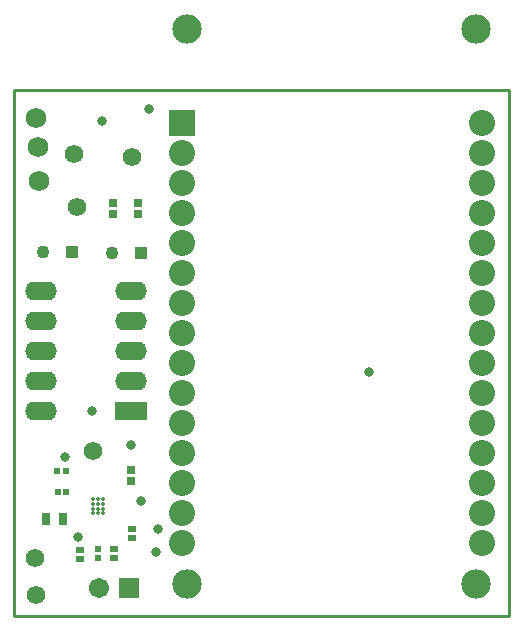
<source format=gts>
G04*
G04 #@! TF.GenerationSoftware,Altium Limited,Altium Designer,20.0.2 (26)*
G04*
G04 Layer_Color=8388736*
%FSLAX44Y44*%
%MOMM*%
G71*
G01*
G75*
%ADD14C,0.2540*%
%ADD18R,0.6725X0.6899*%
%ADD19R,0.4899X0.4725*%
%ADD21R,0.8032X1.0032*%
%ADD22R,0.6278X0.4953*%
%ADD23R,0.6532X0.4953*%
%ADD24C,0.3556*%
%ADD25R,1.7032X1.7032*%
%ADD26C,1.7032*%
%ADD27C,1.1000*%
%ADD28R,1.1000X1.1000*%
%ADD29C,1.5700*%
%ADD30R,2.2032X2.2032*%
%ADD31C,2.2032*%
%ADD32C,2.4920*%
%ADD33O,2.7032X1.6032*%
%ADD34R,2.7032X1.6032*%
%ADD35C,1.7272*%
%ADD36C,0.8032*%
D14*
X419100Y829310D02*
Y1275080D01*
X838200D01*
X838200Y829310D01*
X419100D02*
X838200D01*
D18*
X502920Y1169964D02*
D03*
Y1179536D02*
D03*
X518160Y943904D02*
D03*
Y953476D02*
D03*
X524510Y1169964D02*
D03*
Y1179536D02*
D03*
D19*
X455979Y934720D02*
D03*
X463550D02*
D03*
X455954Y952500D02*
D03*
X463526D02*
D03*
D21*
X460640Y911860D02*
D03*
X446140D02*
D03*
D22*
X490220Y878900D02*
D03*
Y886400D02*
D03*
D23*
X474980Y885130D02*
D03*
Y877630D02*
D03*
X504190Y878900D02*
D03*
Y886400D02*
D03*
X519430Y895470D02*
D03*
Y902970D02*
D03*
D24*
X486220Y916560D02*
D03*
Y920560D02*
D03*
Y924560D02*
D03*
Y928560D02*
D03*
X490220Y916560D02*
D03*
Y920560D02*
D03*
Y924560D02*
D03*
Y928560D02*
D03*
X494220Y916560D02*
D03*
Y920560D02*
D03*
Y924560D02*
D03*
Y928560D02*
D03*
D25*
X516890Y853440D02*
D03*
D26*
X491490D02*
D03*
D27*
X443430Y1137920D02*
D03*
X501850Y1136650D02*
D03*
D28*
X468430Y1137920D02*
D03*
X526850Y1136650D02*
D03*
D29*
X436880Y878840D02*
D03*
X438150Y847090D02*
D03*
X469900Y1220470D02*
D03*
X486410Y969010D02*
D03*
X472440Y1176020D02*
D03*
X519430Y1217930D02*
D03*
D30*
X561010Y1246880D02*
D03*
D31*
Y1221480D02*
D03*
Y1196080D02*
D03*
Y1170680D02*
D03*
Y1145280D02*
D03*
Y1119880D02*
D03*
Y1094480D02*
D03*
Y1069080D02*
D03*
Y1043680D02*
D03*
Y1018280D02*
D03*
Y992880D02*
D03*
Y967480D02*
D03*
Y942080D02*
D03*
Y916680D02*
D03*
Y891280D02*
D03*
X815010Y1246880D02*
D03*
Y1221480D02*
D03*
Y1196080D02*
D03*
Y1170680D02*
D03*
Y1145280D02*
D03*
Y1119880D02*
D03*
Y1094480D02*
D03*
Y1069080D02*
D03*
Y1043680D02*
D03*
Y1018280D02*
D03*
Y992880D02*
D03*
Y967480D02*
D03*
Y942080D02*
D03*
Y916680D02*
D03*
Y891280D02*
D03*
D32*
X565210Y856980D02*
D03*
X810310D02*
D03*
Y1326480D02*
D03*
X565210D02*
D03*
D33*
X441960Y1104900D02*
D03*
Y1079500D02*
D03*
Y1054100D02*
D03*
Y1028700D02*
D03*
Y1003300D02*
D03*
X518160Y1104900D02*
D03*
Y1079500D02*
D03*
Y1054100D02*
D03*
Y1028700D02*
D03*
D34*
Y1003300D02*
D03*
D35*
X440690Y1197610D02*
D03*
X438150Y1250950D02*
D03*
X439420Y1226820D02*
D03*
D36*
X720090Y1036320D02*
D03*
X533400Y1258570D02*
D03*
X494030Y1248410D02*
D03*
X485140Y1003300D02*
D03*
X527050Y927100D02*
D03*
X462280Y963930D02*
D03*
X518160Y974090D02*
D03*
X473710Y896620D02*
D03*
X541020Y902970D02*
D03*
X539750Y883920D02*
D03*
M02*

</source>
